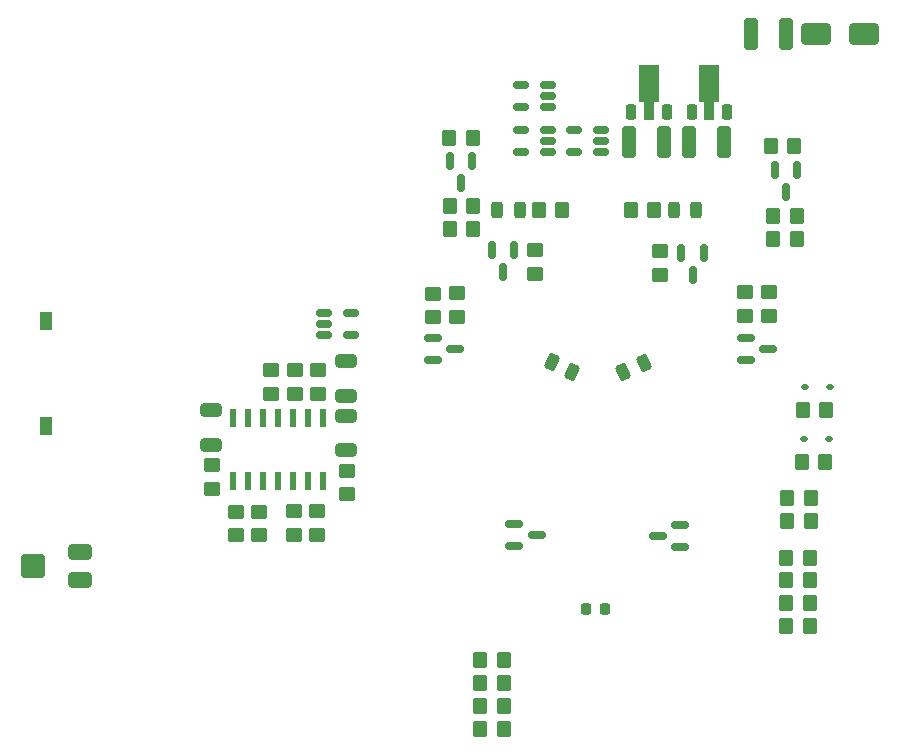
<source format=gtp>
%TF.GenerationSoftware,KiCad,Pcbnew,9.0.2*%
%TF.CreationDate,2025-07-21T22:11:42-06:00*%
%TF.ProjectId,Pico_H-bridge_complete,5069636f-5f48-42d6-9272-696467655f63,rev?*%
%TF.SameCoordinates,Original*%
%TF.FileFunction,Paste,Top*%
%TF.FilePolarity,Positive*%
%FSLAX46Y46*%
G04 Gerber Fmt 4.6, Leading zero omitted, Abs format (unit mm)*
G04 Created by KiCad (PCBNEW 9.0.2) date 2025-07-21 22:11:42*
%MOMM*%
%LPD*%
G01*
G04 APERTURE LIST*
G04 Aperture macros list*
%AMRoundRect*
0 Rectangle with rounded corners*
0 $1 Rounding radius*
0 $2 $3 $4 $5 $6 $7 $8 $9 X,Y pos of 4 corners*
0 Add a 4 corners polygon primitive as box body*
4,1,4,$2,$3,$4,$5,$6,$7,$8,$9,$2,$3,0*
0 Add four circle primitives for the rounded corners*
1,1,$1+$1,$2,$3*
1,1,$1+$1,$4,$5*
1,1,$1+$1,$6,$7*
1,1,$1+$1,$8,$9*
0 Add four rect primitives between the rounded corners*
20,1,$1+$1,$2,$3,$4,$5,0*
20,1,$1+$1,$4,$5,$6,$7,0*
20,1,$1+$1,$6,$7,$8,$9,0*
20,1,$1+$1,$8,$9,$2,$3,0*%
%AMFreePoly0*
4,1,9,3.862500,-0.866500,0.737500,-0.866500,0.737500,-0.450000,-0.737500,-0.450000,-0.737500,0.450000,0.737500,0.450000,0.737500,0.866500,3.862500,0.866500,3.862500,-0.866500,3.862500,-0.866500,$1*%
G04 Aperture macros list end*
%ADD10RoundRect,0.150000X-0.150000X0.587500X-0.150000X-0.587500X0.150000X-0.587500X0.150000X0.587500X0*%
%ADD11RoundRect,0.250000X0.350000X0.450000X-0.350000X0.450000X-0.350000X-0.450000X0.350000X-0.450000X0*%
%ADD12RoundRect,0.250000X0.325000X1.100000X-0.325000X1.100000X-0.325000X-1.100000X0.325000X-1.100000X0*%
%ADD13RoundRect,0.250000X-0.450000X0.350000X-0.450000X-0.350000X0.450000X-0.350000X0.450000X0.350000X0*%
%ADD14RoundRect,0.250000X0.450000X-0.350000X0.450000X0.350000X-0.450000X0.350000X-0.450000X-0.350000X0*%
%ADD15RoundRect,0.225000X-0.225000X-0.250000X0.225000X-0.250000X0.225000X0.250000X-0.225000X0.250000X0*%
%ADD16RoundRect,0.250000X-0.325000X-1.100000X0.325000X-1.100000X0.325000X1.100000X-0.325000X1.100000X0*%
%ADD17RoundRect,0.225000X0.225000X-0.425000X0.225000X0.425000X-0.225000X0.425000X-0.225000X-0.425000X0*%
%ADD18FreePoly0,90.000000*%
%ADD19RoundRect,0.112500X-0.187500X-0.112500X0.187500X-0.112500X0.187500X0.112500X-0.187500X0.112500X0*%
%ADD20RoundRect,0.243750X0.243750X0.456250X-0.243750X0.456250X-0.243750X-0.456250X0.243750X-0.456250X0*%
%ADD21RoundRect,0.150000X0.512500X0.150000X-0.512500X0.150000X-0.512500X-0.150000X0.512500X-0.150000X0*%
%ADD22RoundRect,0.243750X-0.243750X-0.456250X0.243750X-0.456250X0.243750X0.456250X-0.243750X0.456250X0*%
%ADD23RoundRect,0.250000X0.650000X-0.325000X0.650000X0.325000X-0.650000X0.325000X-0.650000X-0.325000X0*%
%ADD24RoundRect,0.150000X-0.587500X-0.150000X0.587500X-0.150000X0.587500X0.150000X-0.587500X0.150000X0*%
%ADD25RoundRect,0.250000X-0.350000X-0.450000X0.350000X-0.450000X0.350000X0.450000X-0.350000X0.450000X0*%
%ADD26RoundRect,0.243750X0.413732X0.310490X-0.028093X0.516516X-0.413732X-0.310490X0.028093X-0.516516X0*%
%ADD27RoundRect,0.150000X0.587500X0.150000X-0.587500X0.150000X-0.587500X-0.150000X0.587500X-0.150000X0*%
%ADD28R,0.600000X1.550000*%
%ADD29R,1.100000X1.500000*%
%ADD30RoundRect,0.250000X-0.750000X0.400000X-0.750000X-0.400000X0.750000X-0.400000X0.750000X0.400000X0*%
%ADD31RoundRect,0.250000X-0.750000X0.750000X-0.750000X-0.750000X0.750000X-0.750000X0.750000X0.750000X0*%
%ADD32RoundRect,0.250000X-1.000000X-0.650000X1.000000X-0.650000X1.000000X0.650000X-1.000000X0.650000X0*%
%ADD33RoundRect,0.150000X-0.512500X-0.150000X0.512500X-0.150000X0.512500X0.150000X-0.512500X0.150000X0*%
%ADD34RoundRect,0.243750X-0.028093X-0.516516X0.413732X-0.310490X0.028093X0.516516X-0.413732X0.310490X0*%
G04 APERTURE END LIST*
D10*
%TO.C,Q6*%
X150190000Y-71402500D03*
X148290000Y-71402500D03*
X149240000Y-73277500D03*
%TD*%
D11*
%TO.C,R34*%
X151270000Y-108125000D03*
X149270000Y-108125000D03*
%TD*%
D12*
%TO.C,C4*%
X149245000Y-59905000D03*
X146295000Y-59905000D03*
%TD*%
D11*
%TO.C,R5*%
X125380000Y-116790000D03*
X123380000Y-116790000D03*
%TD*%
%TO.C,R4*%
X152570000Y-96181429D03*
X150570000Y-96181429D03*
%TD*%
%TO.C,R2*%
X130325000Y-74791000D03*
X128325000Y-74791000D03*
%TD*%
%TO.C,R31*%
X122740000Y-68713334D03*
X120740000Y-68713334D03*
%TD*%
%TO.C,R24*%
X151370000Y-99185714D03*
X149370000Y-99185714D03*
%TD*%
D13*
%TO.C,R27*%
X145820000Y-81800000D03*
X145820000Y-83800000D03*
%TD*%
D14*
%TO.C,R12*%
X102665000Y-102360000D03*
X102665000Y-100360000D03*
%TD*%
D15*
%TO.C,C5*%
X132350000Y-108600000D03*
X133900000Y-108600000D03*
%TD*%
D16*
%TO.C,C12*%
X135935000Y-69100000D03*
X138885000Y-69100000D03*
%TD*%
D10*
%TO.C,Q3*%
X126260000Y-78217500D03*
X124360000Y-78217500D03*
X125310000Y-80092500D03*
%TD*%
D17*
%TO.C,U7*%
X136155000Y-66525000D03*
D18*
X137655000Y-66437500D03*
D17*
X139155000Y-66525000D03*
%TD*%
D10*
%TO.C,Q5*%
X122690000Y-70669167D03*
X120790000Y-70669167D03*
X121740000Y-72544167D03*
%TD*%
D19*
%TO.C,D7*%
X150870000Y-89825000D03*
X152970000Y-89825000D03*
%TD*%
D20*
%TO.C,D1*%
X141615500Y-74791000D03*
X139740500Y-74791000D03*
%TD*%
D13*
%TO.C,R16*%
X109555000Y-100330000D03*
X109555000Y-102330000D03*
%TD*%
D14*
%TO.C,R17*%
X109670000Y-90410000D03*
X109670000Y-88410000D03*
%TD*%
%TO.C,R19*%
X105685000Y-90400000D03*
X105685000Y-88400000D03*
%TD*%
D17*
%TO.C,U6*%
X141255000Y-66525000D03*
D18*
X142755000Y-66437500D03*
D17*
X144255000Y-66525000D03*
%TD*%
D13*
%TO.C,R7*%
X127995000Y-78220000D03*
X127995000Y-80220000D03*
%TD*%
%TO.C,R35*%
X121367400Y-81897500D03*
X121367400Y-83897500D03*
%TD*%
D11*
%TO.C,R8*%
X149960000Y-69380000D03*
X147960000Y-69380000D03*
%TD*%
D16*
%TO.C,C8*%
X141050000Y-69090000D03*
X144000000Y-69090000D03*
%TD*%
D19*
%TO.C,D6*%
X150770000Y-94229286D03*
X152870000Y-94229286D03*
%TD*%
D10*
%TO.C,Q4*%
X142305000Y-78457500D03*
X140405000Y-78457500D03*
X141355000Y-80332500D03*
%TD*%
D13*
%TO.C,R13*%
X104645000Y-100370000D03*
X104645000Y-102370000D03*
%TD*%
D21*
%TO.C,U9*%
X129107500Y-66120000D03*
X129107500Y-65170000D03*
X129107500Y-64220000D03*
X126832500Y-64220000D03*
X126832500Y-66120000D03*
%TD*%
D11*
%TO.C,R3*%
X125380000Y-112890000D03*
X123380000Y-112890000D03*
%TD*%
D22*
%TO.C,D2*%
X124822500Y-74791000D03*
X126697500Y-74791000D03*
%TD*%
D11*
%TO.C,R33*%
X151270000Y-104275000D03*
X149270000Y-104275000D03*
%TD*%
D23*
%TO.C,C2*%
X111970000Y-95185000D03*
X111970000Y-92235000D03*
%TD*%
D11*
%TO.C,R10*%
X151270000Y-110090000D03*
X149270000Y-110090000D03*
%TD*%
D24*
%TO.C,Q7*%
X119377300Y-85650000D03*
X119377300Y-87550000D03*
X121252300Y-86600000D03*
%TD*%
D25*
%TO.C,R20*%
X123360000Y-118750000D03*
X125360000Y-118750000D03*
%TD*%
%TO.C,R23*%
X148160000Y-77280000D03*
X150160000Y-77280000D03*
%TD*%
D26*
%TO.C,D3*%
X131164663Y-88516204D03*
X129465337Y-87723796D03*
%TD*%
D25*
%TO.C,R1*%
X136089000Y-74791000D03*
X138089000Y-74791000D03*
%TD*%
D27*
%TO.C,Q2*%
X140262500Y-103360000D03*
X140262500Y-101460000D03*
X138387500Y-102410000D03*
%TD*%
D24*
%TO.C,Q8*%
X145882500Y-85650000D03*
X145882500Y-87550000D03*
X147757500Y-86600000D03*
%TD*%
D23*
%TO.C,C1*%
X100610000Y-94705000D03*
X100610000Y-91755000D03*
%TD*%
D21*
%TO.C,U8*%
X129107500Y-69955000D03*
X129107500Y-69005000D03*
X129107500Y-68055000D03*
X126832500Y-68055000D03*
X126832500Y-69955000D03*
%TD*%
D23*
%TO.C,C3*%
X111970000Y-90545000D03*
X111970000Y-87595000D03*
%TD*%
D25*
%TO.C,R21*%
X123365000Y-114850000D03*
X125365000Y-114850000D03*
%TD*%
D28*
%TO.C,U5*%
X102425000Y-97815000D03*
X103695000Y-97815000D03*
X104965000Y-97815000D03*
X106235000Y-97815000D03*
X107505000Y-97815000D03*
X108775000Y-97815000D03*
X110045000Y-97815000D03*
X110045000Y-92415000D03*
X108775000Y-92415000D03*
X107505000Y-92415000D03*
X106235000Y-92415000D03*
X104965000Y-92415000D03*
X103695000Y-92415000D03*
X102425000Y-92415000D03*
%TD*%
D24*
%TO.C,Q1*%
X126256238Y-101416260D03*
X126256238Y-103316260D03*
X128131238Y-102366260D03*
%TD*%
D13*
%TO.C,R18*%
X107677500Y-88400000D03*
X107677500Y-90400000D03*
%TD*%
D29*
%TO.C,SW1*%
X86620000Y-93120000D03*
X86620000Y-84220000D03*
%TD*%
D11*
%TO.C,R30*%
X122790000Y-76413334D03*
X120790000Y-76413334D03*
%TD*%
D30*
%TO.C,RV1*%
X89520000Y-106125000D03*
D31*
X85520000Y-104975000D03*
D30*
X89520000Y-103825000D03*
%TD*%
D14*
%TO.C,R14*%
X112050000Y-98900000D03*
X112050000Y-96900000D03*
%TD*%
%TO.C,R15*%
X107575000Y-102340000D03*
X107575000Y-100340000D03*
%TD*%
D25*
%TO.C,R25*%
X149370000Y-101133571D03*
X151370000Y-101133571D03*
%TD*%
D32*
%TO.C,D5*%
X151820000Y-59960000D03*
X155820000Y-59960000D03*
%TD*%
D21*
%TO.C,U10*%
X133602500Y-69945000D03*
X133602500Y-68995000D03*
X133602500Y-68045000D03*
X131327500Y-68045000D03*
X131327500Y-69945000D03*
%TD*%
D13*
%TO.C,R28*%
X147820000Y-81800000D03*
X147820000Y-83800000D03*
%TD*%
D11*
%TO.C,R22*%
X150160000Y-75300000D03*
X148160000Y-75300000D03*
%TD*%
D14*
%TO.C,R11*%
X100630000Y-98460000D03*
X100630000Y-96460000D03*
%TD*%
D33*
%TO.C,U11*%
X110127500Y-83550000D03*
X110127500Y-84500000D03*
X110127500Y-85450000D03*
X112402500Y-85450000D03*
X112402500Y-83550000D03*
%TD*%
D34*
%TO.C,D4*%
X135490336Y-88546205D03*
X137189664Y-87753795D03*
%TD*%
D11*
%TO.C,R6*%
X152670000Y-91777143D03*
X150670000Y-91777143D03*
%TD*%
%TO.C,R29*%
X122790000Y-74500001D03*
X120790000Y-74500001D03*
%TD*%
D13*
%TO.C,R26*%
X119367400Y-81900000D03*
X119367400Y-83900000D03*
%TD*%
D14*
%TO.C,R9*%
X138595000Y-80320000D03*
X138595000Y-78320000D03*
%TD*%
D11*
%TO.C,R32*%
X151270000Y-106175000D03*
X149270000Y-106175000D03*
%TD*%
M02*

</source>
